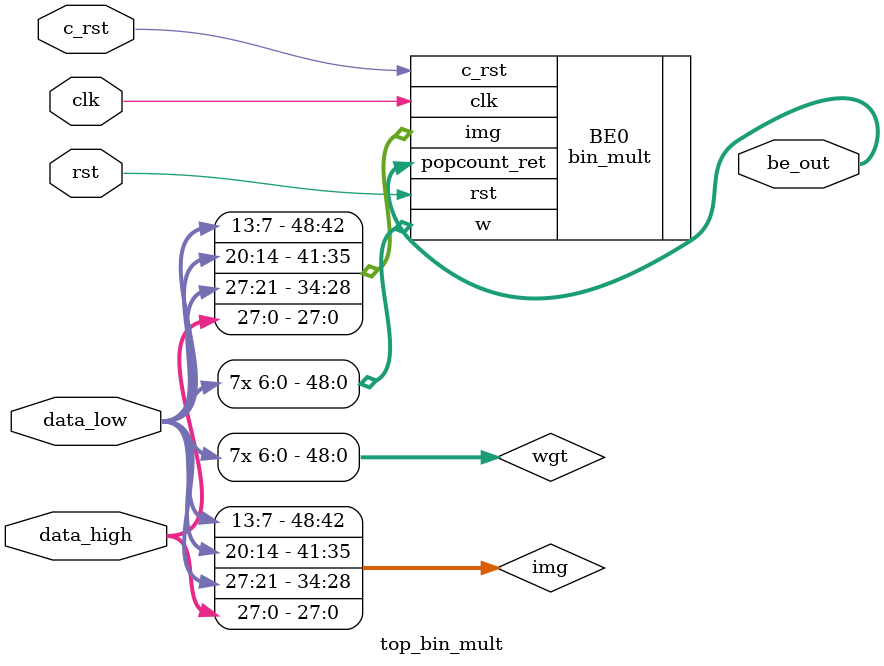
<source format=v>
`default_nettype none
`timescale 1ns/1ns

module top_bin_mult #(
    parameter BW         = 7
    // =========================================================================
  ) (
    input clk,
    input rst,
    input c_rst,
    input [31:0] data_high,
    input [31:0] data_low,
    output wire [6:0] be_out
  );
  genvar i;
  genvar j;
  genvar k;
  wire [48:0] img;
  wire [48:0] wgt;

  for (i = 0; i < 4; i = i + 1)
  begin: pack_imgh
    assign img[((i + 1) * BW) - 1: i * BW] = data_high[(i * BW)+:7];
  end

  for (j = 3; j > 0; j = j - 1)
  begin: pack_imgl
    assign img[((7 - (j - 1)) * BW) - 1: (7 - j) * BW] = data_low[(j * BW)+:7];
  end

  for (k = 0; k < 7; k = k + 1)
  begin: pack_wgt
    assign wgt[((k + 1) * BW) - 1: k * BW] =  data_low[0+:7];
  end
  //instance
  bin_mult BE0(.clk(clk),
               .rst(rst),
               .c_rst(c_rst),
               .img(img),
               .w(wgt),
               .popcount_ret(be_out));
endmodule

</source>
